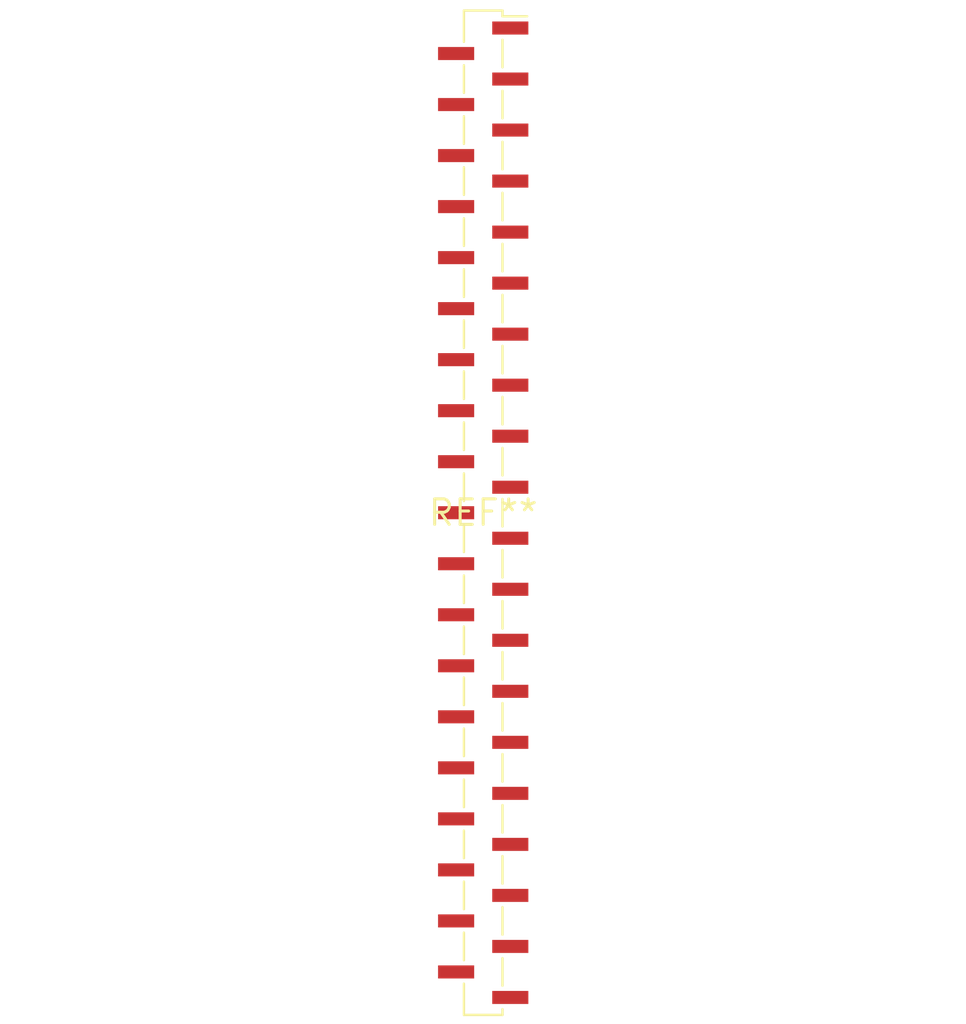
<source format=kicad_pcb>
(kicad_pcb (version 20240108) (generator pcbnew)
  (layers (0 "F.Cu" signal) (31 "B.Cu" signal) (34 "B.Paste" user) (35 "F.Paste" user) (36 "B.SilkS" user "B.Silkscreen") (37 "F.SilkS" user "F.Silkscreen") (38 "B.Mask" user) (39 "F.Mask" user) (44 "Edge.Cuts" user))
  (net 0 "")
  (footprint "PinSocket_1x39_P1.27mm_Vertical_SMD_Pin1Right" (layer "F.Cu") (at 0 0)
    (property "Reference" "REF**")
    (property "Value" "PinSocket_1x39_P1.27mm_Vertical_SMD_Pin1Right")
    (fp_line (start -0.96 -25) (end -0.96 -23.445) (layer "F.SilkS") (stroke (width 0.12)))
    (fp_line (start -0.96 -25) (end 0.96 -25) (layer "F.SilkS") (stroke (width 0.12)))
    (fp_line (start -0.96 -22.275) (end -0.96 -20.905) (layer "F.SilkS") (stroke (width 0.12)))
    (fp_line (start -0.96 -19.735) (end -0.96 -18.365) (layer "F.SilkS") (stroke (width 0.12)))
    (fp_line (start -0.96 -17.195) (end -0.96 -15.825) (layer "F.SilkS") (stroke (width 0.12)))
    (fp_line (start -0.96 -14.655) (end -0.96 -13.285) (layer "F.SilkS") (stroke (width 0.12)))
    (fp_line (start -0.96 -12.115) (end -0.96 -10.745) (layer "F.SilkS") (stroke (width 0.12)))
    (fp_line (start -0.96 -9.575) (end -0.96 -8.205) (layer "F.SilkS") (stroke (width 0.12)))
    (fp_line (start -0.96 -7.035) (end -0.96 -5.665) (layer "F.SilkS") (stroke (width 0.12)))
    (fp_line (start -0.96 -4.495) (end -0.96 -3.125) (layer "F.SilkS") (stroke (width 0.12)))
    (fp_line (start -0.96 -1.955) (end -0.96 -0.585) (layer "F.SilkS") (stroke (width 0.12)))
    (fp_line (start -0.96 0.585) (end -0.96 1.955) (layer "F.SilkS") (stroke (width 0.12)))
    (fp_line (start -0.96 3.125) (end -0.96 4.495) (layer "F.SilkS") (stroke (width 0.12)))
    (fp_line (start -0.96 5.665) (end -0.96 7.035) (layer "F.SilkS") (stroke (width 0.12)))
    (fp_line (start -0.96 8.205) (end -0.96 9.575) (layer "F.SilkS") (stroke (width 0.12)))
    (fp_line (start -0.96 10.745) (end -0.96 12.115) (layer "F.SilkS") (stroke (width 0.12)))
    (fp_line (start -0.96 13.285) (end -0.96 14.655) (layer "F.SilkS") (stroke (width 0.12)))
    (fp_line (start -0.96 15.825) (end -0.96 17.195) (layer "F.SilkS") (stroke (width 0.12)))
    (fp_line (start -0.96 18.365) (end -0.96 19.735) (layer "F.SilkS") (stroke (width 0.12)))
    (fp_line (start -0.96 20.905) (end -0.96 22.275) (layer "F.SilkS") (stroke (width 0.12)))
    (fp_line (start -0.96 23.445) (end -0.96 25) (layer "F.SilkS") (stroke (width 0.12)))
    (fp_line (start -0.96 25) (end 0.96 25) (layer "F.SilkS") (stroke (width 0.12)))
    (fp_line (start 0.96 -25) (end 0.96 -24.715) (layer "F.SilkS") (stroke (width 0.12)))
    (fp_line (start 0.96 -24.715) (end 2.19 -24.715) (layer "F.SilkS") (stroke (width 0.12)))
    (fp_line (start 0.96 -23.545) (end 0.96 -22.175) (layer "F.SilkS") (stroke (width 0.12)))
    (fp_line (start 0.96 -21.005) (end 0.96 -19.635) (layer "F.SilkS") (stroke (width 0.12)))
    (fp_line (start 0.96 -18.465) (end 0.96 -17.095) (layer "F.SilkS") (stroke (width 0.12)))
    (fp_line (start 0.96 -15.925) (end 0.96 -14.555) (layer "F.SilkS") (stroke (width 0.12)))
    (fp_line (start 0.96 -13.385) (end 0.96 -12.015) (layer "F.SilkS") (stroke (width 0.12)))
    (fp_line (start 0.96 -10.845) (end 0.96 -9.475) (layer "F.SilkS") (stroke (width 0.12)))
    (fp_line (start 0.96 -8.305) (end 0.96 -6.935) (layer "F.SilkS") (stroke (width 0.12)))
    (fp_line (start 0.96 -5.765) (end 0.96 -4.395) (layer "F.SilkS") (stroke (width 0.12)))
    (fp_line (start 0.96 -3.225) (end 0.96 -1.855) (layer "F.SilkS") (stroke (width 0.12)))
    (fp_line (start 0.96 -0.685) (end 0.96 0.685) (layer "F.SilkS") (stroke (width 0.12)))
    (fp_line (start 0.96 1.855) (end 0.96 3.225) (layer "F.SilkS") (stroke (width 0.12)))
    (fp_line (start 0.96 4.395) (end 0.96 5.765) (layer "F.SilkS") (stroke (width 0.12)))
    (fp_line (start 0.96 6.935) (end 0.96 8.305) (layer "F.SilkS") (stroke (width 0.12)))
    (fp_line (start 0.96 9.475) (end 0.96 10.845) (layer "F.SilkS") (stroke (width 0.12)))
    (fp_line (start 0.96 12.015) (end 0.96 13.385) (layer "F.SilkS") (stroke (width 0.12)))
    (fp_line (start 0.96 14.555) (end 0.96 15.925) (layer "F.SilkS") (stroke (width 0.12)))
    (fp_line (start 0.96 17.095) (end 0.96 18.465) (layer "F.SilkS") (stroke (width 0.12)))
    (fp_line (start 0.96 19.635) (end 0.96 21.005) (layer "F.SilkS") (stroke (width 0.12)))
    (fp_line (start 0.96 22.175) (end 0.96 23.545) (layer "F.SilkS") (stroke (width 0.12)))
    (fp_line (start 0.96 24.715) (end 0.96 25) (layer "F.SilkS") (stroke (width 0.12)))
    (pad "1" smd rect (at 1.35 -24.13) (size 1.8 0.65) (layers "F.Cu" "F.Paste" "F.Mask"))
    (pad "2" smd rect (at -1.35 -22.86) (size 1.8 0.65) (layers "F.Cu" "F.Paste" "F.Mask"))
    (pad "3" smd rect (at 1.35 -21.59) (size 1.8 0.65) (layers "F.Cu" "F.Paste" "F.Mask"))
    (pad "4" smd rect (at -1.35 -20.32) (size 1.8 0.65) (layers "F.Cu" "F.Paste" "F.Mask"))
    (pad "5" smd rect (at 1.35 -19.05) (size 1.8 0.65) (layers "F.Cu" "F.Paste" "F.Mask"))
    (pad "6" smd rect (at -1.35 -17.78) (size 1.8 0.65) (layers "F.Cu" "F.Paste" "F.Mask"))
    (pad "7" smd rect (at 1.35 -16.51) (size 1.8 0.65) (layers "F.Cu" "F.Paste" "F.Mask"))
    (pad "8" smd rect (at -1.35 -15.24) (size 1.8 0.65) (layers "F.Cu" "F.Paste" "F.Mask"))
    (pad "9" smd rect (at 1.35 -13.97) (size 1.8 0.65) (layers "F.Cu" "F.Paste" "F.Mask"))
    (pad "10" smd rect (at -1.35 -12.7) (size 1.8 0.65) (layers "F.Cu" "F.Paste" "F.Mask"))
    (pad "11" smd rect (at 1.35 -11.43) (size 1.8 0.65) (layers "F.Cu" "F.Paste" "F.Mask"))
    (pad "12" smd rect (at -1.35 -10.16) (size 1.8 0.65) (layers "F.Cu" "F.Paste" "F.Mask"))
    (pad "13" smd rect (at 1.35 -8.89) (size 1.8 0.65) (layers "F.Cu" "F.Paste" "F.Mask"))
    (pad "14" smd rect (at -1.35 -7.62) (size 1.8 0.65) (layers "F.Cu" "F.Paste" "F.Mask"))
    (pad "15" smd rect (at 1.35 -6.35) (size 1.8 0.65) (layers "F.Cu" "F.Paste" "F.Mask"))
    (pad "16" smd rect (at -1.35 -5.08) (size 1.8 0.65) (layers "F.Cu" "F.Paste" "F.Mask"))
    (pad "17" smd rect (at 1.35 -3.81) (size 1.8 0.65) (layers "F.Cu" "F.Paste" "F.Mask"))
    (pad "18" smd rect (at -1.35 -2.54) (size 1.8 0.65) (layers "F.Cu" "F.Paste" "F.Mask"))
    (pad "19" smd rect (at 1.35 -1.27) (size 1.8 0.65) (layers "F.Cu" "F.Paste" "F.Mask"))
    (pad "20" smd rect (at -1.35 0) (size 1.8 0.65) (layers "F.Cu" "F.Paste" "F.Mask"))
    (pad "21" smd rect (at 1.35 1.27) (size 1.8 0.65) (layers "F.Cu" "F.Paste" "F.Mask"))
    (pad "22" smd rect (at -1.35 2.54) (size 1.8 0.65) (layers "F.Cu" "F.Paste" "F.Mask"))
    (pad "23" smd rect (at 1.35 3.81) (size 1.8 0.65) (layers "F.Cu" "F.Paste" "F.Mask"))
    (pad "24" smd rect (at -1.35 5.08) (size 1.8 0.65) (layers "F.Cu" "F.Paste" "F.Mask"))
    (pad "25" smd rect (at 1.35 6.35) (size 1.8 0.65) (layers "F.Cu" "F.Paste" "F.Mask"))
    (pad "26" smd rect (at -1.35 7.62) (size 1.8 0.65) (layers "F.Cu" "F.Paste" "F.Mask"))
    (pad "27" smd rect (at 1.35 8.89) (size 1.8 0.65) (layers "F.Cu" "F.Paste" "F.Mask"))
    (pad "28" smd rect (at -1.35 10.16) (size 1.8 0.65) (layers "F.Cu" "F.Paste" "F.Mask"))
    (pad "29" smd rect (at 1.35 11.43) (size 1.8 0.65) (layers "F.Cu" "F.Paste" "F.Mask"))
    (pad "30" smd rect (at -1.35 12.7) (size 1.8 0.65) (layers "F.Cu" "F.Paste" "F.Mask"))
    (pad "31" smd rect (at 1.35 13.97) (size 1.8 0.65) (layers "F.Cu" "F.Paste" "F.Mask"))
    (pad "32" smd rect (at -1.35 15.24) (size 1.8 0.65) (layers "F.Cu" "F.Paste" "F.Mask"))
    (pad "33" smd rect (at 1.35 16.51) (size 1.8 0.65) (layers "F.Cu" "F.Paste" "F.Mask"))
    (pad "34" smd rect (at -1.35 17.78) (size 1.8 0.65) (layers "F.Cu" "F.Paste" "F.Mask"))
    (pad "35" smd rect (at 1.35 19.05) (size 1.8 0.65) (layers "F.Cu" "F.Paste" "F.Mask"))
    (pad "36" smd rect (at -1.35 20.32) (size 1.8 0.65) (layers "F.Cu" "F.Paste" "F.Mask"))
    (pad "37" smd rect (at 1.35 21.59) (size 1.8 0.65) (layers "F.Cu" "F.Paste" "F.Mask"))
    (pad "38" smd rect (at -1.35 22.86) (size 1.8 0.65) (layers "F.Cu" "F.Paste" "F.Mask"))
    (pad "39" smd rect (at 1.35 24.13) (size 1.8 0.65) (layers "F.Cu" "F.Paste" "F.Mask"))
  )
)
</source>
